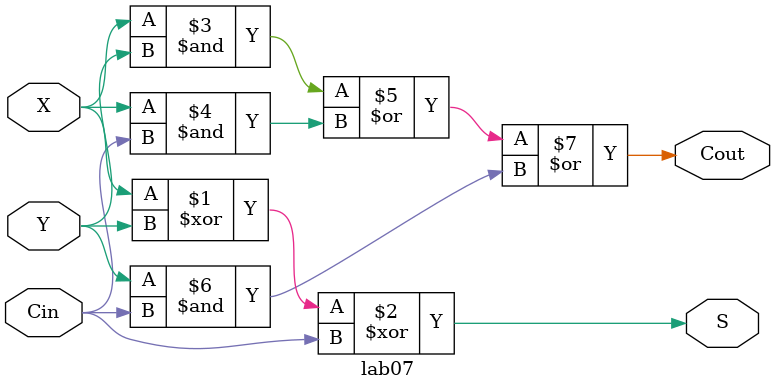
<source format=v>
module lab07 (Cin, X, Y, S, Cout);
input Cin, X, Y;
output Cout, S;
assign S = (X^Y^Cin);
assign Cout = ((X&Y)|(X&Cin)|(Y&Cin));
endmodule
</source>
